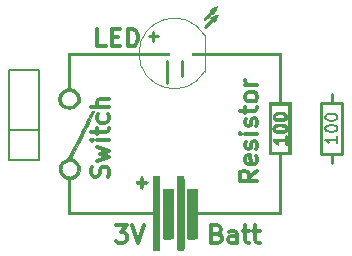
<source format=gto>
G04 #@! TF.FileFunction,Legend,Top*
%FSLAX46Y46*%
G04 Gerber Fmt 4.6, Leading zero omitted, Abs format (unit mm)*
G04 Created by KiCad (PCBNEW 4.0.7) date 09/04/18 12:43:30*
%MOMM*%
%LPD*%
G01*
G04 APERTURE LIST*
%ADD10C,0.100000*%
%ADD11C,0.300000*%
%ADD12C,0.250000*%
%ADD13C,0.254000*%
%ADD14C,0.120000*%
%ADD15C,0.150000*%
%ADD16C,0.010000*%
G04 APERTURE END LIST*
D10*
D11*
X170307144Y-93793571D02*
X171235715Y-93793571D01*
X170735715Y-94365000D01*
X170950001Y-94365000D01*
X171092858Y-94436429D01*
X171164287Y-94507857D01*
X171235715Y-94650714D01*
X171235715Y-95007857D01*
X171164287Y-95150714D01*
X171092858Y-95222143D01*
X170950001Y-95293571D01*
X170521429Y-95293571D01*
X170378572Y-95222143D01*
X170307144Y-95150714D01*
X171664286Y-93793571D02*
X172164286Y-95293571D01*
X172664286Y-93793571D01*
X178911429Y-94507857D02*
X179125715Y-94579286D01*
X179197143Y-94650714D01*
X179268572Y-94793571D01*
X179268572Y-95007857D01*
X179197143Y-95150714D01*
X179125715Y-95222143D01*
X178982857Y-95293571D01*
X178411429Y-95293571D01*
X178411429Y-93793571D01*
X178911429Y-93793571D01*
X179054286Y-93865000D01*
X179125715Y-93936429D01*
X179197143Y-94079286D01*
X179197143Y-94222143D01*
X179125715Y-94365000D01*
X179054286Y-94436429D01*
X178911429Y-94507857D01*
X178411429Y-94507857D01*
X180554286Y-95293571D02*
X180554286Y-94507857D01*
X180482857Y-94365000D01*
X180340000Y-94293571D01*
X180054286Y-94293571D01*
X179911429Y-94365000D01*
X180554286Y-95222143D02*
X180411429Y-95293571D01*
X180054286Y-95293571D01*
X179911429Y-95222143D01*
X179840000Y-95079286D01*
X179840000Y-94936429D01*
X179911429Y-94793571D01*
X180054286Y-94722143D01*
X180411429Y-94722143D01*
X180554286Y-94650714D01*
X181054286Y-94293571D02*
X181625715Y-94293571D01*
X181268572Y-93793571D02*
X181268572Y-95079286D01*
X181340000Y-95222143D01*
X181482858Y-95293571D01*
X181625715Y-95293571D01*
X181911429Y-94293571D02*
X182482858Y-94293571D01*
X182125715Y-93793571D02*
X182125715Y-95079286D01*
X182197143Y-95222143D01*
X182340001Y-95293571D01*
X182482858Y-95293571D01*
X169644143Y-89681429D02*
X169715571Y-89467143D01*
X169715571Y-89110000D01*
X169644143Y-88967143D01*
X169572714Y-88895714D01*
X169429857Y-88824286D01*
X169287000Y-88824286D01*
X169144143Y-88895714D01*
X169072714Y-88967143D01*
X169001286Y-89110000D01*
X168929857Y-89395714D01*
X168858429Y-89538572D01*
X168787000Y-89610000D01*
X168644143Y-89681429D01*
X168501286Y-89681429D01*
X168358429Y-89610000D01*
X168287000Y-89538572D01*
X168215571Y-89395714D01*
X168215571Y-89038572D01*
X168287000Y-88824286D01*
X168715571Y-88324286D02*
X169715571Y-88038572D01*
X169001286Y-87752858D01*
X169715571Y-87467143D01*
X168715571Y-87181429D01*
X169715571Y-86610000D02*
X168715571Y-86610000D01*
X168215571Y-86610000D02*
X168287000Y-86681429D01*
X168358429Y-86610000D01*
X168287000Y-86538572D01*
X168215571Y-86610000D01*
X168358429Y-86610000D01*
X168715571Y-86110000D02*
X168715571Y-85538571D01*
X168215571Y-85895714D02*
X169501286Y-85895714D01*
X169644143Y-85824286D01*
X169715571Y-85681428D01*
X169715571Y-85538571D01*
X169644143Y-84395714D02*
X169715571Y-84538571D01*
X169715571Y-84824285D01*
X169644143Y-84967143D01*
X169572714Y-85038571D01*
X169429857Y-85110000D01*
X169001286Y-85110000D01*
X168858429Y-85038571D01*
X168787000Y-84967143D01*
X168715571Y-84824285D01*
X168715571Y-84538571D01*
X168787000Y-84395714D01*
X169715571Y-83752857D02*
X168215571Y-83752857D01*
X169715571Y-83110000D02*
X168929857Y-83110000D01*
X168787000Y-83181429D01*
X168715571Y-83324286D01*
X168715571Y-83538571D01*
X168787000Y-83681429D01*
X168858429Y-83752857D01*
X182288571Y-89173428D02*
X181574286Y-89673428D01*
X182288571Y-90030571D02*
X180788571Y-90030571D01*
X180788571Y-89459143D01*
X180860000Y-89316285D01*
X180931429Y-89244857D01*
X181074286Y-89173428D01*
X181288571Y-89173428D01*
X181431429Y-89244857D01*
X181502857Y-89316285D01*
X181574286Y-89459143D01*
X181574286Y-90030571D01*
X182217143Y-87959143D02*
X182288571Y-88102000D01*
X182288571Y-88387714D01*
X182217143Y-88530571D01*
X182074286Y-88602000D01*
X181502857Y-88602000D01*
X181360000Y-88530571D01*
X181288571Y-88387714D01*
X181288571Y-88102000D01*
X181360000Y-87959143D01*
X181502857Y-87887714D01*
X181645714Y-87887714D01*
X181788571Y-88602000D01*
X182217143Y-87316286D02*
X182288571Y-87173429D01*
X182288571Y-86887714D01*
X182217143Y-86744857D01*
X182074286Y-86673429D01*
X182002857Y-86673429D01*
X181860000Y-86744857D01*
X181788571Y-86887714D01*
X181788571Y-87102000D01*
X181717143Y-87244857D01*
X181574286Y-87316286D01*
X181502857Y-87316286D01*
X181360000Y-87244857D01*
X181288571Y-87102000D01*
X181288571Y-86887714D01*
X181360000Y-86744857D01*
X182288571Y-86030571D02*
X181288571Y-86030571D01*
X180788571Y-86030571D02*
X180860000Y-86102000D01*
X180931429Y-86030571D01*
X180860000Y-85959143D01*
X180788571Y-86030571D01*
X180931429Y-86030571D01*
X182217143Y-85387714D02*
X182288571Y-85244857D01*
X182288571Y-84959142D01*
X182217143Y-84816285D01*
X182074286Y-84744857D01*
X182002857Y-84744857D01*
X181860000Y-84816285D01*
X181788571Y-84959142D01*
X181788571Y-85173428D01*
X181717143Y-85316285D01*
X181574286Y-85387714D01*
X181502857Y-85387714D01*
X181360000Y-85316285D01*
X181288571Y-85173428D01*
X181288571Y-84959142D01*
X181360000Y-84816285D01*
X181288571Y-84316285D02*
X181288571Y-83744856D01*
X180788571Y-84101999D02*
X182074286Y-84101999D01*
X182217143Y-84030571D01*
X182288571Y-83887713D01*
X182288571Y-83744856D01*
X182288571Y-83030570D02*
X182217143Y-83173428D01*
X182145714Y-83244856D01*
X182002857Y-83316285D01*
X181574286Y-83316285D01*
X181431429Y-83244856D01*
X181360000Y-83173428D01*
X181288571Y-83030570D01*
X181288571Y-82816285D01*
X181360000Y-82673428D01*
X181431429Y-82601999D01*
X181574286Y-82530570D01*
X182002857Y-82530570D01*
X182145714Y-82601999D01*
X182217143Y-82673428D01*
X182288571Y-82816285D01*
X182288571Y-83030570D01*
X182288571Y-81887713D02*
X181288571Y-81887713D01*
X181574286Y-81887713D02*
X181431429Y-81816285D01*
X181360000Y-81744856D01*
X181288571Y-81601999D01*
X181288571Y-81459142D01*
X169469715Y-78656571D02*
X168755429Y-78656571D01*
X168755429Y-77156571D01*
X169969715Y-77870857D02*
X170469715Y-77870857D01*
X170684001Y-78656571D02*
X169969715Y-78656571D01*
X169969715Y-77156571D01*
X170684001Y-77156571D01*
X171326858Y-78656571D02*
X171326858Y-77156571D01*
X171684001Y-77156571D01*
X171898286Y-77228000D01*
X172041144Y-77370857D01*
X172112572Y-77513714D01*
X172184001Y-77799429D01*
X172184001Y-78013714D01*
X172112572Y-78299429D01*
X172041144Y-78442286D01*
X171898286Y-78585143D01*
X171684001Y-78656571D01*
X171326858Y-78656571D01*
D12*
X173101048Y-77795429D02*
X173862953Y-77795429D01*
X173482001Y-78176381D02*
X173482001Y-77414476D01*
D13*
X187706000Y-87757000D02*
X189484000Y-87757000D01*
X189484000Y-87757000D02*
X189484000Y-83439000D01*
X187706000Y-83439000D02*
X187706000Y-87757000D01*
X188595000Y-83439000D02*
X188595000Y-82677000D01*
X188595000Y-87757000D02*
X188595000Y-88519000D01*
X187706000Y-83439000D02*
X189484000Y-83439000D01*
D12*
X175895000Y-79883000D02*
X175895000Y-81153000D01*
X174625000Y-79883000D02*
X174625000Y-81788000D01*
D14*
X172270000Y-79247538D02*
G75*
G03X177820000Y-80792830I2990000J-462D01*
G01*
X172270000Y-79248462D02*
G75*
G02X177820000Y-77703170I2990000J462D01*
G01*
X177820000Y-80793000D02*
X177820000Y-77703000D01*
D15*
X163830000Y-88265000D02*
X161290000Y-88265000D01*
X161290000Y-88265000D02*
X161290000Y-80645000D01*
X161290000Y-80645000D02*
X163830000Y-80645000D01*
X163830000Y-80645000D02*
X163830000Y-88265000D01*
X161290000Y-85725000D02*
X163830000Y-85725000D01*
D16*
G36*
X178918632Y-76002110D02*
X178879323Y-76102456D01*
X178817964Y-76242484D01*
X178786941Y-76309707D01*
X178709175Y-76464971D01*
X178651639Y-76557246D01*
X178618841Y-76579729D01*
X178614158Y-76570417D01*
X178587507Y-76507610D01*
X178570416Y-76496333D01*
X178530861Y-76524404D01*
X178445370Y-76600362D01*
X178327468Y-76711826D01*
X178220888Y-76816264D01*
X178076210Y-76957574D01*
X177977808Y-77045315D01*
X177913832Y-77087481D01*
X177872434Y-77092065D01*
X177844351Y-77070264D01*
X177819101Y-77032948D01*
X177815232Y-76993582D01*
X177840426Y-76940379D01*
X177902365Y-76861556D01*
X178008733Y-76745325D01*
X178157311Y-76590165D01*
X178281303Y-76457110D01*
X178350145Y-76369678D01*
X178371177Y-76316364D01*
X178351735Y-76285659D01*
X178351559Y-76285550D01*
X178308223Y-76245131D01*
X178309226Y-76230360D01*
X178363915Y-76198873D01*
X178467392Y-76148811D01*
X178596964Y-76090093D01*
X178729939Y-76032635D01*
X178843624Y-75986356D01*
X178915324Y-75961172D01*
X178928501Y-75959723D01*
X178918632Y-76002110D01*
X178918632Y-76002110D01*
G37*
X178918632Y-76002110D02*
X178879323Y-76102456D01*
X178817964Y-76242484D01*
X178786941Y-76309707D01*
X178709175Y-76464971D01*
X178651639Y-76557246D01*
X178618841Y-76579729D01*
X178614158Y-76570417D01*
X178587507Y-76507610D01*
X178570416Y-76496333D01*
X178530861Y-76524404D01*
X178445370Y-76600362D01*
X178327468Y-76711826D01*
X178220888Y-76816264D01*
X178076210Y-76957574D01*
X177977808Y-77045315D01*
X177913832Y-77087481D01*
X177872434Y-77092065D01*
X177844351Y-77070264D01*
X177819101Y-77032948D01*
X177815232Y-76993582D01*
X177840426Y-76940379D01*
X177902365Y-76861556D01*
X178008733Y-76745325D01*
X178157311Y-76590165D01*
X178281303Y-76457110D01*
X178350145Y-76369678D01*
X178371177Y-76316364D01*
X178351735Y-76285659D01*
X178351559Y-76285550D01*
X178308223Y-76245131D01*
X178309226Y-76230360D01*
X178363915Y-76198873D01*
X178467392Y-76148811D01*
X178596964Y-76090093D01*
X178729939Y-76032635D01*
X178843624Y-75986356D01*
X178915324Y-75961172D01*
X178928501Y-75959723D01*
X178918632Y-76002110D01*
G36*
X178871805Y-75304271D02*
X178833132Y-75399532D01*
X178773574Y-75537118D01*
X178741507Y-75609033D01*
X178664984Y-75772154D01*
X178611908Y-75865460D01*
X178575645Y-75898278D01*
X178549563Y-75879935D01*
X178549251Y-75879381D01*
X178523276Y-75856592D01*
X178479888Y-75867750D01*
X178408324Y-75920343D01*
X178297819Y-76021856D01*
X178184223Y-76133296D01*
X178040363Y-76274880D01*
X177943158Y-76364047D01*
X177879863Y-76408712D01*
X177837733Y-76416790D01*
X177804021Y-76396197D01*
X177787940Y-76379395D01*
X177760123Y-76341304D01*
X177757381Y-76301346D01*
X177787982Y-76246361D01*
X177860194Y-76163187D01*
X177982283Y-76038664D01*
X178034861Y-75986319D01*
X178175730Y-75843811D01*
X178262562Y-75747311D01*
X178303310Y-75685159D01*
X178305925Y-75645692D01*
X178283893Y-75621115D01*
X178261094Y-75591841D01*
X178281317Y-75557937D01*
X178355386Y-75510994D01*
X178494127Y-75442603D01*
X178542911Y-75419910D01*
X178692494Y-75351412D01*
X178809282Y-75299088D01*
X178874806Y-75271166D01*
X178882418Y-75268667D01*
X178871805Y-75304271D01*
X178871805Y-75304271D01*
G37*
X178871805Y-75304271D02*
X178833132Y-75399532D01*
X178773574Y-75537118D01*
X178741507Y-75609033D01*
X178664984Y-75772154D01*
X178611908Y-75865460D01*
X178575645Y-75898278D01*
X178549563Y-75879935D01*
X178549251Y-75879381D01*
X178523276Y-75856592D01*
X178479888Y-75867750D01*
X178408324Y-75920343D01*
X178297819Y-76021856D01*
X178184223Y-76133296D01*
X178040363Y-76274880D01*
X177943158Y-76364047D01*
X177879863Y-76408712D01*
X177837733Y-76416790D01*
X177804021Y-76396197D01*
X177787940Y-76379395D01*
X177760123Y-76341304D01*
X177757381Y-76301346D01*
X177787982Y-76246361D01*
X177860194Y-76163187D01*
X177982283Y-76038664D01*
X178034861Y-75986319D01*
X178175730Y-75843811D01*
X178262562Y-75747311D01*
X178303310Y-75685159D01*
X178305925Y-75645692D01*
X178283893Y-75621115D01*
X178261094Y-75591841D01*
X178281317Y-75557937D01*
X178355386Y-75510994D01*
X178494127Y-75442603D01*
X178542911Y-75419910D01*
X178692494Y-75351412D01*
X178809282Y-75299088D01*
X178874806Y-75271166D01*
X178882418Y-75268667D01*
X178871805Y-75304271D01*
G36*
X168422458Y-84121894D02*
X168461781Y-84165217D01*
X168463311Y-84174868D01*
X168448241Y-84211318D01*
X168404809Y-84305090D01*
X168335675Y-84450682D01*
X168243501Y-84642589D01*
X168130951Y-84875308D01*
X168000685Y-85143336D01*
X167855366Y-85441170D01*
X167697656Y-85763306D01*
X167530218Y-86104240D01*
X167519117Y-86126808D01*
X167350819Y-86469320D01*
X167191782Y-86793799D01*
X167044706Y-87094682D01*
X166912290Y-87366410D01*
X166797233Y-87603420D01*
X166702235Y-87800151D01*
X166629994Y-87951043D01*
X166583211Y-88050535D01*
X166564583Y-88093066D01*
X166564427Y-88093652D01*
X166587782Y-88136307D01*
X166663987Y-88179991D01*
X166685188Y-88188120D01*
X166887525Y-88295920D01*
X167056930Y-88456651D01*
X167182704Y-88656802D01*
X167254154Y-88882857D01*
X167258813Y-88912852D01*
X167255998Y-89120463D01*
X167198296Y-89328464D01*
X167095058Y-89521891D01*
X166955636Y-89685780D01*
X166789382Y-89805167D01*
X166672183Y-89851590D01*
X166569278Y-89879725D01*
X166491946Y-89901048D01*
X166475104Y-89905764D01*
X166463512Y-89923955D01*
X166454004Y-89974859D01*
X166446412Y-90063772D01*
X166440568Y-90195985D01*
X166436304Y-90376794D01*
X166433452Y-90611491D01*
X166431844Y-90905370D01*
X166431312Y-91263725D01*
X166431311Y-91285625D01*
X166431311Y-92653069D01*
X173472489Y-92653069D01*
X173490759Y-89657621D01*
X173981242Y-89657621D01*
X173981242Y-95858725D01*
X173752033Y-95868918D01*
X173630961Y-95870614D01*
X173539057Y-95865062D01*
X173498033Y-95854320D01*
X173492762Y-95815093D01*
X173487874Y-95713169D01*
X173483490Y-95555917D01*
X173479730Y-95350710D01*
X173476717Y-95104917D01*
X173474571Y-94825910D01*
X173473413Y-94521060D01*
X173473242Y-94346566D01*
X173473242Y-92863604D01*
X169855931Y-92854681D01*
X166238621Y-92845759D01*
X166229486Y-91370985D01*
X166220352Y-89896211D01*
X166087764Y-89856487D01*
X165982870Y-89809570D01*
X165864163Y-89734569D01*
X165806656Y-89689634D01*
X165639847Y-89504500D01*
X165534152Y-89292983D01*
X165491145Y-89066564D01*
X165708404Y-89066564D01*
X165727779Y-89176357D01*
X165794955Y-89329204D01*
X165901929Y-89474295D01*
X166028753Y-89587376D01*
X166097832Y-89626315D01*
X166232941Y-89661517D01*
X166397771Y-89672339D01*
X166556065Y-89657993D01*
X166630478Y-89637875D01*
X166798675Y-89538779D01*
X166929035Y-89390328D01*
X167011626Y-89207442D01*
X167036907Y-89027477D01*
X167005057Y-88812104D01*
X166914590Y-88628151D01*
X166773130Y-88484191D01*
X166588300Y-88388800D01*
X166439753Y-88355815D01*
X166241999Y-88364494D01*
X166062061Y-88431524D01*
X165909336Y-88546076D01*
X165793220Y-88697319D01*
X165723111Y-88874424D01*
X165708404Y-89066564D01*
X165491145Y-89066564D01*
X165490891Y-89065229D01*
X165511384Y-88831387D01*
X165596951Y-88601602D01*
X165652942Y-88508254D01*
X165792288Y-88347793D01*
X165970108Y-88230755D01*
X166126173Y-88168436D01*
X166298321Y-88112316D01*
X167279865Y-86117245D01*
X167451862Y-85768459D01*
X167615439Y-85438322D01*
X167767881Y-85132209D01*
X167906473Y-84855497D01*
X168028502Y-84613562D01*
X168131251Y-84411782D01*
X168212008Y-84255534D01*
X168268057Y-84150193D01*
X168296683Y-84101137D01*
X168299162Y-84098341D01*
X168356389Y-84094072D01*
X168422458Y-84121894D01*
X168422458Y-84121894D01*
G37*
X168422458Y-84121894D02*
X168461781Y-84165217D01*
X168463311Y-84174868D01*
X168448241Y-84211318D01*
X168404809Y-84305090D01*
X168335675Y-84450682D01*
X168243501Y-84642589D01*
X168130951Y-84875308D01*
X168000685Y-85143336D01*
X167855366Y-85441170D01*
X167697656Y-85763306D01*
X167530218Y-86104240D01*
X167519117Y-86126808D01*
X167350819Y-86469320D01*
X167191782Y-86793799D01*
X167044706Y-87094682D01*
X166912290Y-87366410D01*
X166797233Y-87603420D01*
X166702235Y-87800151D01*
X166629994Y-87951043D01*
X166583211Y-88050535D01*
X166564583Y-88093066D01*
X166564427Y-88093652D01*
X166587782Y-88136307D01*
X166663987Y-88179991D01*
X166685188Y-88188120D01*
X166887525Y-88295920D01*
X167056930Y-88456651D01*
X167182704Y-88656802D01*
X167254154Y-88882857D01*
X167258813Y-88912852D01*
X167255998Y-89120463D01*
X167198296Y-89328464D01*
X167095058Y-89521891D01*
X166955636Y-89685780D01*
X166789382Y-89805167D01*
X166672183Y-89851590D01*
X166569278Y-89879725D01*
X166491946Y-89901048D01*
X166475104Y-89905764D01*
X166463512Y-89923955D01*
X166454004Y-89974859D01*
X166446412Y-90063772D01*
X166440568Y-90195985D01*
X166436304Y-90376794D01*
X166433452Y-90611491D01*
X166431844Y-90905370D01*
X166431312Y-91263725D01*
X166431311Y-91285625D01*
X166431311Y-92653069D01*
X173472489Y-92653069D01*
X173490759Y-89657621D01*
X173981242Y-89657621D01*
X173981242Y-95858725D01*
X173752033Y-95868918D01*
X173630961Y-95870614D01*
X173539057Y-95865062D01*
X173498033Y-95854320D01*
X173492762Y-95815093D01*
X173487874Y-95713169D01*
X173483490Y-95555917D01*
X173479730Y-95350710D01*
X173476717Y-95104917D01*
X173474571Y-94825910D01*
X173473413Y-94521060D01*
X173473242Y-94346566D01*
X173473242Y-92863604D01*
X169855931Y-92854681D01*
X166238621Y-92845759D01*
X166229486Y-91370985D01*
X166220352Y-89896211D01*
X166087764Y-89856487D01*
X165982870Y-89809570D01*
X165864163Y-89734569D01*
X165806656Y-89689634D01*
X165639847Y-89504500D01*
X165534152Y-89292983D01*
X165491145Y-89066564D01*
X165708404Y-89066564D01*
X165727779Y-89176357D01*
X165794955Y-89329204D01*
X165901929Y-89474295D01*
X166028753Y-89587376D01*
X166097832Y-89626315D01*
X166232941Y-89661517D01*
X166397771Y-89672339D01*
X166556065Y-89657993D01*
X166630478Y-89637875D01*
X166798675Y-89538779D01*
X166929035Y-89390328D01*
X167011626Y-89207442D01*
X167036907Y-89027477D01*
X167005057Y-88812104D01*
X166914590Y-88628151D01*
X166773130Y-88484191D01*
X166588300Y-88388800D01*
X166439753Y-88355815D01*
X166241999Y-88364494D01*
X166062061Y-88431524D01*
X165909336Y-88546076D01*
X165793220Y-88697319D01*
X165723111Y-88874424D01*
X165708404Y-89066564D01*
X165491145Y-89066564D01*
X165490891Y-89065229D01*
X165511384Y-88831387D01*
X165596951Y-88601602D01*
X165652942Y-88508254D01*
X165792288Y-88347793D01*
X165970108Y-88230755D01*
X166126173Y-88168436D01*
X166298321Y-88112316D01*
X167279865Y-86117245D01*
X167451862Y-85768459D01*
X167615439Y-85438322D01*
X167767881Y-85132209D01*
X167906473Y-84855497D01*
X168028502Y-84613562D01*
X168131251Y-84411782D01*
X168212008Y-84255534D01*
X168268057Y-84150193D01*
X168296683Y-84101137D01*
X168299162Y-84098341D01*
X168356389Y-84094072D01*
X168422458Y-84121894D01*
G36*
X175884212Y-89647664D02*
X175983349Y-89662512D01*
X176016300Y-89677677D01*
X176025114Y-89693394D01*
X176032848Y-89727744D01*
X176039570Y-89784869D01*
X176045347Y-89868910D01*
X176050244Y-89984009D01*
X176054329Y-90134305D01*
X176057668Y-90323941D01*
X176060328Y-90557057D01*
X176062376Y-90837796D01*
X176063877Y-91170297D01*
X176064899Y-91558703D01*
X176065508Y-92007153D01*
X176065770Y-92519790D01*
X176065793Y-92755456D01*
X176065565Y-93317410D01*
X176064848Y-93812656D01*
X176063598Y-94244552D01*
X176061768Y-94616460D01*
X176059313Y-94931736D01*
X176056186Y-95193742D01*
X176052343Y-95405836D01*
X176047736Y-95571378D01*
X176042320Y-95693727D01*
X176036049Y-95776242D01*
X176028878Y-95822282D01*
X176023752Y-95834200D01*
X175966579Y-95858413D01*
X175868688Y-95872493D01*
X175752611Y-95876519D01*
X175640876Y-95870570D01*
X175556014Y-95854724D01*
X175521375Y-95832449D01*
X175518984Y-95791607D01*
X175516898Y-95685808D01*
X175515129Y-95520160D01*
X175513691Y-95299775D01*
X175512595Y-95029761D01*
X175511855Y-94715231D01*
X175511483Y-94361293D01*
X175511491Y-93973058D01*
X175511892Y-93555637D01*
X175512700Y-93114138D01*
X175513716Y-92723138D01*
X175522759Y-89657621D01*
X175744783Y-89647111D01*
X175884212Y-89647664D01*
X175884212Y-89647664D01*
G37*
X175884212Y-89647664D02*
X175983349Y-89662512D01*
X176016300Y-89677677D01*
X176025114Y-89693394D01*
X176032848Y-89727744D01*
X176039570Y-89784869D01*
X176045347Y-89868910D01*
X176050244Y-89984009D01*
X176054329Y-90134305D01*
X176057668Y-90323941D01*
X176060328Y-90557057D01*
X176062376Y-90837796D01*
X176063877Y-91170297D01*
X176064899Y-91558703D01*
X176065508Y-92007153D01*
X176065770Y-92519790D01*
X176065793Y-92755456D01*
X176065565Y-93317410D01*
X176064848Y-93812656D01*
X176063598Y-94244552D01*
X176061768Y-94616460D01*
X176059313Y-94931736D01*
X176056186Y-95193742D01*
X176052343Y-95405836D01*
X176047736Y-95571378D01*
X176042320Y-95693727D01*
X176036049Y-95776242D01*
X176028878Y-95822282D01*
X176023752Y-95834200D01*
X175966579Y-95858413D01*
X175868688Y-95872493D01*
X175752611Y-95876519D01*
X175640876Y-95870570D01*
X175556014Y-95854724D01*
X175521375Y-95832449D01*
X175518984Y-95791607D01*
X175516898Y-95685808D01*
X175515129Y-95520160D01*
X175513691Y-95299775D01*
X175512595Y-95029761D01*
X175511855Y-94715231D01*
X175511483Y-94361293D01*
X175511491Y-93973058D01*
X175511892Y-93555637D01*
X175512700Y-93114138D01*
X175513716Y-92723138D01*
X175522759Y-89657621D01*
X175744783Y-89647111D01*
X175884212Y-89647664D01*
G36*
X175172414Y-94912794D02*
X174742558Y-94922636D01*
X174549375Y-94925102D01*
X174417120Y-94921656D01*
X174336846Y-94911595D01*
X174299605Y-94894219D01*
X174295535Y-94887601D01*
X174292566Y-94845267D01*
X174290064Y-94739178D01*
X174288055Y-94575647D01*
X174286562Y-94360985D01*
X174285609Y-94101507D01*
X174285222Y-93803524D01*
X174285424Y-93473348D01*
X174286240Y-93117294D01*
X174287460Y-92793207D01*
X174296552Y-90743690D01*
X175172414Y-90743690D01*
X175172414Y-94912794D01*
X175172414Y-94912794D01*
G37*
X175172414Y-94912794D02*
X174742558Y-94922636D01*
X174549375Y-94925102D01*
X174417120Y-94921656D01*
X174336846Y-94911595D01*
X174299605Y-94894219D01*
X174295535Y-94887601D01*
X174292566Y-94845267D01*
X174290064Y-94739178D01*
X174288055Y-94575647D01*
X174286562Y-94360985D01*
X174285609Y-94101507D01*
X174285222Y-93803524D01*
X174285424Y-93473348D01*
X174286240Y-93117294D01*
X174287460Y-92793207D01*
X174296552Y-90743690D01*
X175172414Y-90743690D01*
X175172414Y-94912794D01*
G36*
X182644477Y-79171971D02*
X183029877Y-79173275D01*
X183357569Y-79175283D01*
X183630023Y-79178015D01*
X183849712Y-79181491D01*
X184019105Y-79185731D01*
X184140676Y-79190754D01*
X184216896Y-79196582D01*
X184250235Y-79203234D01*
X184251321Y-79203958D01*
X184261560Y-79223017D01*
X184270285Y-79265135D01*
X184277604Y-79335194D01*
X184283630Y-79438076D01*
X184288473Y-79578663D01*
X184292242Y-79761838D01*
X184295049Y-79992481D01*
X184297005Y-80275476D01*
X184298219Y-80615704D01*
X184298803Y-81018047D01*
X184298897Y-81305075D01*
X184298897Y-83366708D01*
X184710552Y-83376578D01*
X185122207Y-83386449D01*
X185122207Y-87765759D01*
X184710782Y-87775627D01*
X184299357Y-87785496D01*
X184290368Y-90315627D01*
X184281379Y-92845759D01*
X177222989Y-92863611D01*
X177213701Y-93888202D01*
X177204414Y-94912794D01*
X176799650Y-94922604D01*
X176637690Y-94924483D01*
X176502136Y-94922207D01*
X176407902Y-94916284D01*
X176370478Y-94908007D01*
X176366077Y-94869498D01*
X176361930Y-94767104D01*
X176358111Y-94607008D01*
X176354690Y-94395393D01*
X176351739Y-94138442D01*
X176349330Y-93842339D01*
X176347534Y-93513267D01*
X176346424Y-93157409D01*
X176346069Y-92803807D01*
X176346069Y-90724016D01*
X176775242Y-90733853D01*
X177204414Y-90743690D01*
X177213736Y-91698380D01*
X177223057Y-92653069D01*
X184088690Y-92653069D01*
X184088690Y-87785500D01*
X183677035Y-87775629D01*
X183265379Y-87765759D01*
X183265379Y-83579138D01*
X183458069Y-83579138D01*
X183458069Y-87573069D01*
X184929517Y-87573069D01*
X184929517Y-83579138D01*
X183458069Y-83579138D01*
X183265379Y-83579138D01*
X183265379Y-83386449D01*
X183677035Y-83376578D01*
X184088690Y-83366708D01*
X184088690Y-79375323D01*
X176748966Y-79357483D01*
X176748966Y-79182311D01*
X180476356Y-79173392D01*
X181117307Y-79172081D01*
X181690663Y-79171394D01*
X182198896Y-79171350D01*
X182644477Y-79171971D01*
X182644477Y-79171971D01*
G37*
X182644477Y-79171971D02*
X183029877Y-79173275D01*
X183357569Y-79175283D01*
X183630023Y-79178015D01*
X183849712Y-79181491D01*
X184019105Y-79185731D01*
X184140676Y-79190754D01*
X184216896Y-79196582D01*
X184250235Y-79203234D01*
X184251321Y-79203958D01*
X184261560Y-79223017D01*
X184270285Y-79265135D01*
X184277604Y-79335194D01*
X184283630Y-79438076D01*
X184288473Y-79578663D01*
X184292242Y-79761838D01*
X184295049Y-79992481D01*
X184297005Y-80275476D01*
X184298219Y-80615704D01*
X184298803Y-81018047D01*
X184298897Y-81305075D01*
X184298897Y-83366708D01*
X184710552Y-83376578D01*
X185122207Y-83386449D01*
X185122207Y-87765759D01*
X184710782Y-87775627D01*
X184299357Y-87785496D01*
X184290368Y-90315627D01*
X184281379Y-92845759D01*
X177222989Y-92863611D01*
X177213701Y-93888202D01*
X177204414Y-94912794D01*
X176799650Y-94922604D01*
X176637690Y-94924483D01*
X176502136Y-94922207D01*
X176407902Y-94916284D01*
X176370478Y-94908007D01*
X176366077Y-94869498D01*
X176361930Y-94767104D01*
X176358111Y-94607008D01*
X176354690Y-94395393D01*
X176351739Y-94138442D01*
X176349330Y-93842339D01*
X176347534Y-93513267D01*
X176346424Y-93157409D01*
X176346069Y-92803807D01*
X176346069Y-90724016D01*
X176775242Y-90733853D01*
X177204414Y-90743690D01*
X177213736Y-91698380D01*
X177223057Y-92653069D01*
X184088690Y-92653069D01*
X184088690Y-87785500D01*
X183677035Y-87775629D01*
X183265379Y-87765759D01*
X183265379Y-83579138D01*
X183458069Y-83579138D01*
X183458069Y-87573069D01*
X184929517Y-87573069D01*
X184929517Y-83579138D01*
X183458069Y-83579138D01*
X183265379Y-83579138D01*
X183265379Y-83386449D01*
X183677035Y-83376578D01*
X184088690Y-83366708D01*
X184088690Y-79375323D01*
X176748966Y-79357483D01*
X176748966Y-79182311D01*
X180476356Y-79173392D01*
X181117307Y-79172081D01*
X181690663Y-79171394D01*
X182198896Y-79171350D01*
X182644477Y-79171971D01*
G36*
X172522329Y-89666236D02*
X172568053Y-89748962D01*
X172590452Y-89880195D01*
X172601041Y-90060518D01*
X172770093Y-90060518D01*
X172901474Y-90073945D01*
X172983124Y-90110720D01*
X173007943Y-90165578D01*
X172982759Y-90218173D01*
X172911358Y-90255674D01*
X172784286Y-90270585D01*
X172768262Y-90270725D01*
X172597379Y-90270725D01*
X172597379Y-90438890D01*
X172582695Y-90566165D01*
X172544583Y-90654159D01*
X172491953Y-90695007D01*
X172433715Y-90680842D01*
X172388405Y-90623373D01*
X172364660Y-90544460D01*
X172352540Y-90436618D01*
X172352138Y-90414997D01*
X172352138Y-90274386D01*
X172168207Y-90263797D01*
X172060830Y-90254742D01*
X172006059Y-90237430D01*
X171986443Y-90202545D01*
X171984276Y-90165621D01*
X171990308Y-90114142D01*
X172020041Y-90086349D01*
X172090928Y-90072926D01*
X172168207Y-90067445D01*
X172352138Y-90056856D01*
X172352138Y-89907728D01*
X172368776Y-89764269D01*
X172410689Y-89675276D01*
X172465874Y-89642136D01*
X172522329Y-89666236D01*
X172522329Y-89666236D01*
G37*
X172522329Y-89666236D02*
X172568053Y-89748962D01*
X172590452Y-89880195D01*
X172601041Y-90060518D01*
X172770093Y-90060518D01*
X172901474Y-90073945D01*
X172983124Y-90110720D01*
X173007943Y-90165578D01*
X172982759Y-90218173D01*
X172911358Y-90255674D01*
X172784286Y-90270585D01*
X172768262Y-90270725D01*
X172597379Y-90270725D01*
X172597379Y-90438890D01*
X172582695Y-90566165D01*
X172544583Y-90654159D01*
X172491953Y-90695007D01*
X172433715Y-90680842D01*
X172388405Y-90623373D01*
X172364660Y-90544460D01*
X172352540Y-90436618D01*
X172352138Y-90414997D01*
X172352138Y-90274386D01*
X172168207Y-90263797D01*
X172060830Y-90254742D01*
X172006059Y-90237430D01*
X171986443Y-90202545D01*
X171984276Y-90165621D01*
X171990308Y-90114142D01*
X172020041Y-90086349D01*
X172090928Y-90072926D01*
X172168207Y-90067445D01*
X172352138Y-90056856D01*
X172352138Y-89907728D01*
X172368776Y-89764269D01*
X172410689Y-89675276D01*
X172465874Y-89642136D01*
X172522329Y-89666236D01*
G36*
X174822069Y-79357483D02*
X170626690Y-79366384D01*
X166431311Y-79375284D01*
X166431311Y-82206635D01*
X166569626Y-82230003D01*
X166773318Y-82297714D01*
X166952172Y-82420219D01*
X167097739Y-82584682D01*
X167201572Y-82778267D01*
X167255221Y-82988140D01*
X167250240Y-83201464D01*
X167240147Y-83248740D01*
X167163912Y-83457786D01*
X167046084Y-83625041D01*
X166876218Y-83762671D01*
X166729104Y-83843877D01*
X166529272Y-83907993D01*
X166304492Y-83927546D01*
X166084973Y-83901186D01*
X166002261Y-83876339D01*
X165788141Y-83761827D01*
X165608739Y-83593527D01*
X165527437Y-83477311D01*
X165473202Y-83371141D01*
X165444262Y-83267990D01*
X165433572Y-83137610D01*
X165433315Y-83114642D01*
X165638106Y-83114642D01*
X165677610Y-83294941D01*
X165769110Y-83451742D01*
X165903870Y-83577882D01*
X166073155Y-83666197D01*
X166268230Y-83709525D01*
X166480360Y-83700701D01*
X166584060Y-83676324D01*
X166756967Y-83591159D01*
X166896629Y-83457590D01*
X166993822Y-83290917D01*
X167039320Y-83106443D01*
X167028682Y-82938887D01*
X166955769Y-82753138D01*
X166837833Y-82609060D01*
X166686311Y-82506826D01*
X166512641Y-82446612D01*
X166328260Y-82428591D01*
X166144605Y-82452937D01*
X165973114Y-82519826D01*
X165825223Y-82629431D01*
X165712371Y-82781927D01*
X165659334Y-82918008D01*
X165638106Y-83114642D01*
X165433315Y-83114642D01*
X165432828Y-83071138D01*
X165438009Y-82922707D01*
X165458460Y-82813084D01*
X165501542Y-82711456D01*
X165531515Y-82658006D01*
X165671523Y-82479079D01*
X165852772Y-82335272D01*
X166053784Y-82243278D01*
X166071709Y-82238218D01*
X166220370Y-82198457D01*
X166229495Y-80690384D01*
X166238621Y-79182311D01*
X174822069Y-79182311D01*
X174822069Y-79357483D01*
X174822069Y-79357483D01*
G37*
X174822069Y-79357483D02*
X170626690Y-79366384D01*
X166431311Y-79375284D01*
X166431311Y-82206635D01*
X166569626Y-82230003D01*
X166773318Y-82297714D01*
X166952172Y-82420219D01*
X167097739Y-82584682D01*
X167201572Y-82778267D01*
X167255221Y-82988140D01*
X167250240Y-83201464D01*
X167240147Y-83248740D01*
X167163912Y-83457786D01*
X167046084Y-83625041D01*
X166876218Y-83762671D01*
X166729104Y-83843877D01*
X166529272Y-83907993D01*
X166304492Y-83927546D01*
X166084973Y-83901186D01*
X166002261Y-83876339D01*
X165788141Y-83761827D01*
X165608739Y-83593527D01*
X165527437Y-83477311D01*
X165473202Y-83371141D01*
X165444262Y-83267990D01*
X165433572Y-83137610D01*
X165433315Y-83114642D01*
X165638106Y-83114642D01*
X165677610Y-83294941D01*
X165769110Y-83451742D01*
X165903870Y-83577882D01*
X166073155Y-83666197D01*
X166268230Y-83709525D01*
X166480360Y-83700701D01*
X166584060Y-83676324D01*
X166756967Y-83591159D01*
X166896629Y-83457590D01*
X166993822Y-83290917D01*
X167039320Y-83106443D01*
X167028682Y-82938887D01*
X166955769Y-82753138D01*
X166837833Y-82609060D01*
X166686311Y-82506826D01*
X166512641Y-82446612D01*
X166328260Y-82428591D01*
X166144605Y-82452937D01*
X165973114Y-82519826D01*
X165825223Y-82629431D01*
X165712371Y-82781927D01*
X165659334Y-82918008D01*
X165638106Y-83114642D01*
X165433315Y-83114642D01*
X165432828Y-83071138D01*
X165438009Y-82922707D01*
X165458460Y-82813084D01*
X165501542Y-82711456D01*
X165531515Y-82658006D01*
X165671523Y-82479079D01*
X165852772Y-82335272D01*
X166053784Y-82243278D01*
X166071709Y-82238218D01*
X166220370Y-82198457D01*
X166229495Y-80690384D01*
X166238621Y-79182311D01*
X174822069Y-79182311D01*
X174822069Y-79357483D01*
G36*
X184757966Y-86183994D02*
X184804394Y-86226744D01*
X184834213Y-86277799D01*
X184851678Y-86366544D01*
X184858927Y-86506470D01*
X184859448Y-86574224D01*
X184856858Y-86749501D01*
X184846792Y-86866146D01*
X184825807Y-86935478D01*
X184790463Y-86968817D01*
X184737317Y-86977483D01*
X184736828Y-86977483D01*
X184661353Y-86952436D01*
X184622050Y-86873620D01*
X184614207Y-86781928D01*
X184611188Y-86741098D01*
X184592943Y-86716083D01*
X184545693Y-86703010D01*
X184455657Y-86698009D01*
X184312666Y-86697207D01*
X184167597Y-86698457D01*
X184080388Y-86704014D01*
X184038848Y-86716592D01*
X184030785Y-86738903D01*
X184037126Y-86758518D01*
X184071872Y-86874587D01*
X184061320Y-86942424D01*
X184011445Y-86961555D01*
X183928221Y-86931507D01*
X183817619Y-86851807D01*
X183742496Y-86781858D01*
X183647336Y-86681815D01*
X183592548Y-86607240D01*
X183582963Y-86554436D01*
X183623415Y-86519708D01*
X183718735Y-86499362D01*
X183873754Y-86489700D01*
X184093305Y-86487027D01*
X184128014Y-86487000D01*
X184614207Y-86487000D01*
X184614207Y-86384399D01*
X184632433Y-86290074D01*
X184669261Y-86226744D01*
X184721095Y-86180626D01*
X184757966Y-86183994D01*
X184757966Y-86183994D01*
G37*
X184757966Y-86183994D02*
X184804394Y-86226744D01*
X184834213Y-86277799D01*
X184851678Y-86366544D01*
X184858927Y-86506470D01*
X184859448Y-86574224D01*
X184856858Y-86749501D01*
X184846792Y-86866146D01*
X184825807Y-86935478D01*
X184790463Y-86968817D01*
X184737317Y-86977483D01*
X184736828Y-86977483D01*
X184661353Y-86952436D01*
X184622050Y-86873620D01*
X184614207Y-86781928D01*
X184611188Y-86741098D01*
X184592943Y-86716083D01*
X184545693Y-86703010D01*
X184455657Y-86698009D01*
X184312666Y-86697207D01*
X184167597Y-86698457D01*
X184080388Y-86704014D01*
X184038848Y-86716592D01*
X184030785Y-86738903D01*
X184037126Y-86758518D01*
X184071872Y-86874587D01*
X184061320Y-86942424D01*
X184011445Y-86961555D01*
X183928221Y-86931507D01*
X183817619Y-86851807D01*
X183742496Y-86781858D01*
X183647336Y-86681815D01*
X183592548Y-86607240D01*
X183582963Y-86554436D01*
X183623415Y-86519708D01*
X183718735Y-86499362D01*
X183873754Y-86489700D01*
X184093305Y-86487027D01*
X184128014Y-86487000D01*
X184614207Y-86487000D01*
X184614207Y-86384399D01*
X184632433Y-86290074D01*
X184669261Y-86226744D01*
X184721095Y-86180626D01*
X184757966Y-86183994D01*
G36*
X184297410Y-85193885D02*
X184456519Y-85209797D01*
X184578506Y-85238278D01*
X184599601Y-85247006D01*
X184701458Y-85319206D01*
X184790246Y-85422400D01*
X184847645Y-85532095D01*
X184859448Y-85594449D01*
X184839110Y-85660936D01*
X184788519Y-85748815D01*
X184770896Y-85773175D01*
X184647146Y-85881164D01*
X184475876Y-85953582D01*
X184271737Y-85987176D01*
X184049378Y-85978696D01*
X183937701Y-85958077D01*
X183792006Y-85914348D01*
X183695865Y-85857663D01*
X183628767Y-85774624D01*
X183612986Y-85745982D01*
X183573431Y-85602023D01*
X183576213Y-85585933D01*
X183814821Y-85585933D01*
X183821483Y-85655922D01*
X183866438Y-85703612D01*
X183958482Y-85732614D01*
X184106411Y-85746538D01*
X184212274Y-85749056D01*
X184386974Y-85741749D01*
X184501999Y-85715224D01*
X184536343Y-85696738D01*
X184604761Y-85623773D01*
X184610233Y-85552184D01*
X184559715Y-85488158D01*
X184460164Y-85437882D01*
X184318537Y-85407543D01*
X184204292Y-85401448D01*
X184019729Y-85415844D01*
X183895858Y-85459177D01*
X183828747Y-85533310D01*
X183814821Y-85585933D01*
X183576213Y-85585933D01*
X183597602Y-85462254D01*
X183679655Y-85339208D01*
X183813746Y-85245415D01*
X183854488Y-85228093D01*
X183970679Y-85202380D01*
X184126891Y-85191195D01*
X184297410Y-85193885D01*
X184297410Y-85193885D01*
G37*
X184297410Y-85193885D02*
X184456519Y-85209797D01*
X184578506Y-85238278D01*
X184599601Y-85247006D01*
X184701458Y-85319206D01*
X184790246Y-85422400D01*
X184847645Y-85532095D01*
X184859448Y-85594449D01*
X184839110Y-85660936D01*
X184788519Y-85748815D01*
X184770896Y-85773175D01*
X184647146Y-85881164D01*
X184475876Y-85953582D01*
X184271737Y-85987176D01*
X184049378Y-85978696D01*
X183937701Y-85958077D01*
X183792006Y-85914348D01*
X183695865Y-85857663D01*
X183628767Y-85774624D01*
X183612986Y-85745982D01*
X183573431Y-85602023D01*
X183576213Y-85585933D01*
X183814821Y-85585933D01*
X183821483Y-85655922D01*
X183866438Y-85703612D01*
X183958482Y-85732614D01*
X184106411Y-85746538D01*
X184212274Y-85749056D01*
X184386974Y-85741749D01*
X184501999Y-85715224D01*
X184536343Y-85696738D01*
X184604761Y-85623773D01*
X184610233Y-85552184D01*
X184559715Y-85488158D01*
X184460164Y-85437882D01*
X184318537Y-85407543D01*
X184204292Y-85401448D01*
X184019729Y-85415844D01*
X183895858Y-85459177D01*
X183828747Y-85533310D01*
X183814821Y-85585933D01*
X183576213Y-85585933D01*
X183597602Y-85462254D01*
X183679655Y-85339208D01*
X183813746Y-85245415D01*
X183854488Y-85228093D01*
X183970679Y-85202380D01*
X184126891Y-85191195D01*
X184297410Y-85193885D01*
G36*
X184508957Y-84208498D02*
X184640547Y-84270050D01*
X184751753Y-84369816D01*
X184752594Y-84370772D01*
X184833998Y-84487544D01*
X184853468Y-84593800D01*
X184812405Y-84708996D01*
X184780621Y-84760052D01*
X184670409Y-84863962D01*
X184509256Y-84935317D01*
X184309510Y-84971627D01*
X184083519Y-84970405D01*
X183888332Y-84939885D01*
X183741672Y-84877869D01*
X183636111Y-84775046D01*
X183580166Y-84645728D01*
X183580764Y-84607009D01*
X183810686Y-84607009D01*
X183835723Y-84674769D01*
X183849149Y-84686248D01*
X183955971Y-84725876D01*
X184104887Y-84748789D01*
X184269678Y-84753862D01*
X184424125Y-84739969D01*
X184520931Y-84715094D01*
X184591367Y-84660521D01*
X184607961Y-84584352D01*
X184574933Y-84504218D01*
X184496502Y-84437750D01*
X184449770Y-84417728D01*
X184339868Y-84397137D01*
X184201702Y-84392178D01*
X184059572Y-84401271D01*
X183937780Y-84422837D01*
X183860626Y-84455297D01*
X183859657Y-84456087D01*
X183819184Y-84522725D01*
X183810686Y-84607009D01*
X183580764Y-84607009D01*
X183582352Y-84504227D01*
X183598865Y-84453411D01*
X183673323Y-84333557D01*
X183786839Y-84251284D01*
X183948954Y-84201664D01*
X184124334Y-84181911D01*
X184341910Y-84180628D01*
X184508957Y-84208498D01*
X184508957Y-84208498D01*
G37*
X184508957Y-84208498D02*
X184640547Y-84270050D01*
X184751753Y-84369816D01*
X184752594Y-84370772D01*
X184833998Y-84487544D01*
X184853468Y-84593800D01*
X184812405Y-84708996D01*
X184780621Y-84760052D01*
X184670409Y-84863962D01*
X184509256Y-84935317D01*
X184309510Y-84971627D01*
X184083519Y-84970405D01*
X183888332Y-84939885D01*
X183741672Y-84877869D01*
X183636111Y-84775046D01*
X183580166Y-84645728D01*
X183580764Y-84607009D01*
X183810686Y-84607009D01*
X183835723Y-84674769D01*
X183849149Y-84686248D01*
X183955971Y-84725876D01*
X184104887Y-84748789D01*
X184269678Y-84753862D01*
X184424125Y-84739969D01*
X184520931Y-84715094D01*
X184591367Y-84660521D01*
X184607961Y-84584352D01*
X184574933Y-84504218D01*
X184496502Y-84437750D01*
X184449770Y-84417728D01*
X184339868Y-84397137D01*
X184201702Y-84392178D01*
X184059572Y-84401271D01*
X183937780Y-84422837D01*
X183860626Y-84455297D01*
X183859657Y-84456087D01*
X183819184Y-84522725D01*
X183810686Y-84607009D01*
X183580764Y-84607009D01*
X183582352Y-84504227D01*
X183598865Y-84453411D01*
X183673323Y-84333557D01*
X183786839Y-84251284D01*
X183948954Y-84201664D01*
X184124334Y-84181911D01*
X184341910Y-84180628D01*
X184508957Y-84208498D01*
D15*
X189047381Y-86264666D02*
X189047381Y-86836095D01*
X189047381Y-86550381D02*
X188047381Y-86550381D01*
X188190238Y-86645619D01*
X188285476Y-86740857D01*
X188333095Y-86836095D01*
X188047381Y-85645619D02*
X188047381Y-85550380D01*
X188095000Y-85455142D01*
X188142619Y-85407523D01*
X188237857Y-85359904D01*
X188428333Y-85312285D01*
X188666429Y-85312285D01*
X188856905Y-85359904D01*
X188952143Y-85407523D01*
X188999762Y-85455142D01*
X189047381Y-85550380D01*
X189047381Y-85645619D01*
X188999762Y-85740857D01*
X188952143Y-85788476D01*
X188856905Y-85836095D01*
X188666429Y-85883714D01*
X188428333Y-85883714D01*
X188237857Y-85836095D01*
X188142619Y-85788476D01*
X188095000Y-85740857D01*
X188047381Y-85645619D01*
X188047381Y-84693238D02*
X188047381Y-84597999D01*
X188095000Y-84502761D01*
X188142619Y-84455142D01*
X188237857Y-84407523D01*
X188428333Y-84359904D01*
X188666429Y-84359904D01*
X188856905Y-84407523D01*
X188952143Y-84455142D01*
X188999762Y-84502761D01*
X189047381Y-84597999D01*
X189047381Y-84693238D01*
X188999762Y-84788476D01*
X188952143Y-84836095D01*
X188856905Y-84883714D01*
X188666429Y-84931333D01*
X188428333Y-84931333D01*
X188237857Y-84883714D01*
X188142619Y-84836095D01*
X188095000Y-84788476D01*
X188047381Y-84693238D01*
M02*

</source>
